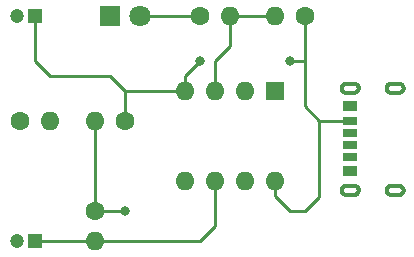
<source format=gbr>
%TF.GenerationSoftware,KiCad,Pcbnew,(5.1.6-0-10_14)*%
%TF.CreationDate,2020-10-03T02:43:04-05:00*%
%TF.ProjectId,usbc-power,75736263-2d70-46f7-9765-722e6b696361,rev?*%
%TF.SameCoordinates,Original*%
%TF.FileFunction,Copper,L1,Top*%
%TF.FilePolarity,Positive*%
%FSLAX46Y46*%
G04 Gerber Fmt 4.6, Leading zero omitted, Abs format (unit mm)*
G04 Created by KiCad (PCBNEW (5.1.6-0-10_14)) date 2020-10-03 02:43:04*
%MOMM*%
%LPD*%
G01*
G04 APERTURE LIST*
%TA.AperFunction,EtchedComponent*%
%ADD10C,0.010000*%
%TD*%
%TA.AperFunction,ComponentPad*%
%ADD11O,1.600000X1.600000*%
%TD*%
%TA.AperFunction,ComponentPad*%
%ADD12C,1.600000*%
%TD*%
%TA.AperFunction,Conductor*%
%ADD13R,0.200000X0.200000*%
%TD*%
%TA.AperFunction,SMDPad,CuDef*%
%ADD14R,1.150000X0.700000*%
%TD*%
%TA.AperFunction,SMDPad,CuDef*%
%ADD15R,1.150000X0.800000*%
%TD*%
%TA.AperFunction,SMDPad,CuDef*%
%ADD16R,1.150000X0.900000*%
%TD*%
%TA.AperFunction,ComponentPad*%
%ADD17C,1.200000*%
%TD*%
%TA.AperFunction,ComponentPad*%
%ADD18R,1.200000X1.200000*%
%TD*%
%TA.AperFunction,ComponentPad*%
%ADD19R,1.800000X1.800000*%
%TD*%
%TA.AperFunction,ComponentPad*%
%ADD20C,1.800000*%
%TD*%
%TA.AperFunction,ComponentPad*%
%ADD21R,1.600000X1.600000*%
%TD*%
%TA.AperFunction,ViaPad*%
%ADD22C,0.800000*%
%TD*%
%TA.AperFunction,Conductor*%
%ADD23C,0.250000*%
%TD*%
G04 APERTURE END LIST*
D10*
%TO.C,J1*%
G36*
X154930000Y-80730000D02*
G01*
X154580000Y-80730000D01*
X154566916Y-80730343D01*
X154553868Y-80731370D01*
X154540891Y-80733078D01*
X154528022Y-80735463D01*
X154515295Y-80738519D01*
X154502746Y-80742236D01*
X154490408Y-80746605D01*
X154478316Y-80751614D01*
X154466502Y-80757248D01*
X154455000Y-80763494D01*
X154443840Y-80770332D01*
X154433054Y-80777746D01*
X154422670Y-80785714D01*
X154412717Y-80794214D01*
X154403223Y-80803223D01*
X154394214Y-80812717D01*
X154385714Y-80822670D01*
X154377746Y-80833054D01*
X154370332Y-80843840D01*
X154363494Y-80855000D01*
X154357248Y-80866502D01*
X154351614Y-80878316D01*
X154346605Y-80890408D01*
X154342236Y-80902746D01*
X154338519Y-80915295D01*
X154335463Y-80928022D01*
X154333078Y-80940891D01*
X154331370Y-80953868D01*
X154330343Y-80966916D01*
X154330000Y-80980000D01*
X154330343Y-80993084D01*
X154331370Y-81006132D01*
X154333078Y-81019109D01*
X154335463Y-81031978D01*
X154338519Y-81044705D01*
X154342236Y-81057254D01*
X154346605Y-81069592D01*
X154351614Y-81081684D01*
X154357248Y-81093498D01*
X154363494Y-81105000D01*
X154370332Y-81116160D01*
X154377746Y-81126946D01*
X154385714Y-81137330D01*
X154394214Y-81147283D01*
X154403223Y-81156777D01*
X154412717Y-81165786D01*
X154422670Y-81174286D01*
X154433054Y-81182254D01*
X154443840Y-81189668D01*
X154455000Y-81196506D01*
X154466502Y-81202752D01*
X154478316Y-81208386D01*
X154490408Y-81213395D01*
X154502746Y-81217764D01*
X154515295Y-81221481D01*
X154528022Y-81224537D01*
X154540891Y-81226922D01*
X154553868Y-81228630D01*
X154566916Y-81229657D01*
X154580000Y-81230000D01*
X155280000Y-81230000D01*
X155293084Y-81229657D01*
X155306132Y-81228630D01*
X155319109Y-81226922D01*
X155331978Y-81224537D01*
X155344705Y-81221481D01*
X155357254Y-81217764D01*
X155369592Y-81213395D01*
X155381684Y-81208386D01*
X155393498Y-81202752D01*
X155405000Y-81196506D01*
X155416160Y-81189668D01*
X155426946Y-81182254D01*
X155437330Y-81174286D01*
X155447283Y-81165786D01*
X155456777Y-81156777D01*
X155465786Y-81147283D01*
X155474286Y-81137330D01*
X155482254Y-81126946D01*
X155489668Y-81116160D01*
X155496506Y-81105000D01*
X155502752Y-81093498D01*
X155508386Y-81081684D01*
X155513395Y-81069592D01*
X155517764Y-81057254D01*
X155521481Y-81044705D01*
X155524537Y-81031978D01*
X155526922Y-81019109D01*
X155528630Y-81006132D01*
X155529657Y-80993084D01*
X155530000Y-80980000D01*
X155529657Y-80966916D01*
X155528630Y-80953868D01*
X155526922Y-80940891D01*
X155524537Y-80928022D01*
X155521481Y-80915295D01*
X155517764Y-80902746D01*
X155513395Y-80890408D01*
X155508386Y-80878316D01*
X155502752Y-80866502D01*
X155496506Y-80855000D01*
X155489668Y-80843840D01*
X155482254Y-80833054D01*
X155474286Y-80822670D01*
X155465786Y-80812717D01*
X155456777Y-80803223D01*
X155447283Y-80794214D01*
X155437330Y-80785714D01*
X155426946Y-80777746D01*
X155416160Y-80770332D01*
X155405000Y-80763494D01*
X155393498Y-80757248D01*
X155381684Y-80751614D01*
X155369592Y-80746605D01*
X155357254Y-80742236D01*
X155344705Y-80738519D01*
X155331978Y-80735463D01*
X155319109Y-80733078D01*
X155306132Y-80731370D01*
X155293084Y-80730343D01*
X155280000Y-80730000D01*
X154940000Y-80730000D01*
X154940000Y-80480000D01*
X155280000Y-80480000D01*
X155306168Y-80480685D01*
X155332264Y-80482739D01*
X155358217Y-80486156D01*
X155383956Y-80490926D01*
X155409410Y-80497037D01*
X155434508Y-80504472D01*
X155459184Y-80513210D01*
X155483368Y-80523227D01*
X155506995Y-80534497D01*
X155530000Y-80546987D01*
X155552320Y-80560665D01*
X155573893Y-80575492D01*
X155594660Y-80591427D01*
X155614565Y-80608428D01*
X155633553Y-80626447D01*
X155651572Y-80645435D01*
X155668573Y-80665340D01*
X155684508Y-80686107D01*
X155699335Y-80707680D01*
X155713013Y-80730000D01*
X155725503Y-80753005D01*
X155736773Y-80776632D01*
X155746790Y-80800816D01*
X155755528Y-80825492D01*
X155762963Y-80850590D01*
X155769074Y-80876044D01*
X155773844Y-80901783D01*
X155777261Y-80927736D01*
X155779315Y-80953832D01*
X155780000Y-80980000D01*
X155779315Y-81006168D01*
X155777261Y-81032264D01*
X155773844Y-81058217D01*
X155769074Y-81083956D01*
X155762963Y-81109410D01*
X155755528Y-81134508D01*
X155746790Y-81159184D01*
X155736773Y-81183368D01*
X155725503Y-81206995D01*
X155713013Y-81230000D01*
X155699335Y-81252320D01*
X155684508Y-81273893D01*
X155668573Y-81294660D01*
X155651572Y-81314565D01*
X155633553Y-81333553D01*
X155614565Y-81351572D01*
X155594660Y-81368573D01*
X155573893Y-81384508D01*
X155552320Y-81399335D01*
X155530000Y-81413013D01*
X155506995Y-81425503D01*
X155483368Y-81436773D01*
X155459184Y-81446790D01*
X155434508Y-81455528D01*
X155409410Y-81462963D01*
X155383956Y-81469074D01*
X155358217Y-81473844D01*
X155332264Y-81477261D01*
X155306168Y-81479315D01*
X155280000Y-81480000D01*
X154580000Y-81480000D01*
X154553832Y-81479315D01*
X154527736Y-81477261D01*
X154501783Y-81473844D01*
X154476044Y-81469074D01*
X154450590Y-81462963D01*
X154425492Y-81455528D01*
X154400816Y-81446790D01*
X154376632Y-81436773D01*
X154353005Y-81425503D01*
X154330000Y-81413013D01*
X154307680Y-81399335D01*
X154286107Y-81384508D01*
X154265340Y-81368573D01*
X154245435Y-81351572D01*
X154226447Y-81333553D01*
X154208428Y-81314565D01*
X154191427Y-81294660D01*
X154175492Y-81273893D01*
X154160665Y-81252320D01*
X154146987Y-81230000D01*
X154134497Y-81206995D01*
X154123227Y-81183368D01*
X154113210Y-81159184D01*
X154104472Y-81134508D01*
X154097037Y-81109410D01*
X154090926Y-81083956D01*
X154086156Y-81058217D01*
X154082739Y-81032264D01*
X154080685Y-81006168D01*
X154080000Y-80980000D01*
X154080685Y-80953832D01*
X154082739Y-80927736D01*
X154086156Y-80901783D01*
X154090926Y-80876044D01*
X154097037Y-80850590D01*
X154104472Y-80825492D01*
X154113210Y-80800816D01*
X154123227Y-80776632D01*
X154134497Y-80753005D01*
X154146987Y-80730000D01*
X154160665Y-80707680D01*
X154175492Y-80686107D01*
X154191427Y-80665340D01*
X154208428Y-80645435D01*
X154226447Y-80626447D01*
X154245435Y-80608428D01*
X154265340Y-80591427D01*
X154286107Y-80575492D01*
X154307680Y-80560665D01*
X154330000Y-80546987D01*
X154353005Y-80534497D01*
X154376632Y-80523227D01*
X154400816Y-80513210D01*
X154425492Y-80504472D01*
X154450590Y-80497037D01*
X154476044Y-80490926D01*
X154501783Y-80486156D01*
X154527736Y-80482739D01*
X154553832Y-80480685D01*
X154580000Y-80480000D01*
X154930000Y-80480000D01*
X154930000Y-80730000D01*
G37*
X154930000Y-80730000D02*
X154580000Y-80730000D01*
X154566916Y-80730343D01*
X154553868Y-80731370D01*
X154540891Y-80733078D01*
X154528022Y-80735463D01*
X154515295Y-80738519D01*
X154502746Y-80742236D01*
X154490408Y-80746605D01*
X154478316Y-80751614D01*
X154466502Y-80757248D01*
X154455000Y-80763494D01*
X154443840Y-80770332D01*
X154433054Y-80777746D01*
X154422670Y-80785714D01*
X154412717Y-80794214D01*
X154403223Y-80803223D01*
X154394214Y-80812717D01*
X154385714Y-80822670D01*
X154377746Y-80833054D01*
X154370332Y-80843840D01*
X154363494Y-80855000D01*
X154357248Y-80866502D01*
X154351614Y-80878316D01*
X154346605Y-80890408D01*
X154342236Y-80902746D01*
X154338519Y-80915295D01*
X154335463Y-80928022D01*
X154333078Y-80940891D01*
X154331370Y-80953868D01*
X154330343Y-80966916D01*
X154330000Y-80980000D01*
X154330343Y-80993084D01*
X154331370Y-81006132D01*
X154333078Y-81019109D01*
X154335463Y-81031978D01*
X154338519Y-81044705D01*
X154342236Y-81057254D01*
X154346605Y-81069592D01*
X154351614Y-81081684D01*
X154357248Y-81093498D01*
X154363494Y-81105000D01*
X154370332Y-81116160D01*
X154377746Y-81126946D01*
X154385714Y-81137330D01*
X154394214Y-81147283D01*
X154403223Y-81156777D01*
X154412717Y-81165786D01*
X154422670Y-81174286D01*
X154433054Y-81182254D01*
X154443840Y-81189668D01*
X154455000Y-81196506D01*
X154466502Y-81202752D01*
X154478316Y-81208386D01*
X154490408Y-81213395D01*
X154502746Y-81217764D01*
X154515295Y-81221481D01*
X154528022Y-81224537D01*
X154540891Y-81226922D01*
X154553868Y-81228630D01*
X154566916Y-81229657D01*
X154580000Y-81230000D01*
X155280000Y-81230000D01*
X155293084Y-81229657D01*
X155306132Y-81228630D01*
X155319109Y-81226922D01*
X155331978Y-81224537D01*
X155344705Y-81221481D01*
X155357254Y-81217764D01*
X155369592Y-81213395D01*
X155381684Y-81208386D01*
X155393498Y-81202752D01*
X155405000Y-81196506D01*
X155416160Y-81189668D01*
X155426946Y-81182254D01*
X155437330Y-81174286D01*
X155447283Y-81165786D01*
X155456777Y-81156777D01*
X155465786Y-81147283D01*
X155474286Y-81137330D01*
X155482254Y-81126946D01*
X155489668Y-81116160D01*
X155496506Y-81105000D01*
X155502752Y-81093498D01*
X155508386Y-81081684D01*
X155513395Y-81069592D01*
X155517764Y-81057254D01*
X155521481Y-81044705D01*
X155524537Y-81031978D01*
X155526922Y-81019109D01*
X155528630Y-81006132D01*
X155529657Y-80993084D01*
X155530000Y-80980000D01*
X155529657Y-80966916D01*
X155528630Y-80953868D01*
X155526922Y-80940891D01*
X155524537Y-80928022D01*
X155521481Y-80915295D01*
X155517764Y-80902746D01*
X155513395Y-80890408D01*
X155508386Y-80878316D01*
X155502752Y-80866502D01*
X155496506Y-80855000D01*
X155489668Y-80843840D01*
X155482254Y-80833054D01*
X155474286Y-80822670D01*
X155465786Y-80812717D01*
X155456777Y-80803223D01*
X155447283Y-80794214D01*
X155437330Y-80785714D01*
X155426946Y-80777746D01*
X155416160Y-80770332D01*
X155405000Y-80763494D01*
X155393498Y-80757248D01*
X155381684Y-80751614D01*
X155369592Y-80746605D01*
X155357254Y-80742236D01*
X155344705Y-80738519D01*
X155331978Y-80735463D01*
X155319109Y-80733078D01*
X155306132Y-80731370D01*
X155293084Y-80730343D01*
X155280000Y-80730000D01*
X154940000Y-80730000D01*
X154940000Y-80480000D01*
X155280000Y-80480000D01*
X155306168Y-80480685D01*
X155332264Y-80482739D01*
X155358217Y-80486156D01*
X155383956Y-80490926D01*
X155409410Y-80497037D01*
X155434508Y-80504472D01*
X155459184Y-80513210D01*
X155483368Y-80523227D01*
X155506995Y-80534497D01*
X155530000Y-80546987D01*
X155552320Y-80560665D01*
X155573893Y-80575492D01*
X155594660Y-80591427D01*
X155614565Y-80608428D01*
X155633553Y-80626447D01*
X155651572Y-80645435D01*
X155668573Y-80665340D01*
X155684508Y-80686107D01*
X155699335Y-80707680D01*
X155713013Y-80730000D01*
X155725503Y-80753005D01*
X155736773Y-80776632D01*
X155746790Y-80800816D01*
X155755528Y-80825492D01*
X155762963Y-80850590D01*
X155769074Y-80876044D01*
X155773844Y-80901783D01*
X155777261Y-80927736D01*
X155779315Y-80953832D01*
X155780000Y-80980000D01*
X155779315Y-81006168D01*
X155777261Y-81032264D01*
X155773844Y-81058217D01*
X155769074Y-81083956D01*
X155762963Y-81109410D01*
X155755528Y-81134508D01*
X155746790Y-81159184D01*
X155736773Y-81183368D01*
X155725503Y-81206995D01*
X155713013Y-81230000D01*
X155699335Y-81252320D01*
X155684508Y-81273893D01*
X155668573Y-81294660D01*
X155651572Y-81314565D01*
X155633553Y-81333553D01*
X155614565Y-81351572D01*
X155594660Y-81368573D01*
X155573893Y-81384508D01*
X155552320Y-81399335D01*
X155530000Y-81413013D01*
X155506995Y-81425503D01*
X155483368Y-81436773D01*
X155459184Y-81446790D01*
X155434508Y-81455528D01*
X155409410Y-81462963D01*
X155383956Y-81469074D01*
X155358217Y-81473844D01*
X155332264Y-81477261D01*
X155306168Y-81479315D01*
X155280000Y-81480000D01*
X154580000Y-81480000D01*
X154553832Y-81479315D01*
X154527736Y-81477261D01*
X154501783Y-81473844D01*
X154476044Y-81469074D01*
X154450590Y-81462963D01*
X154425492Y-81455528D01*
X154400816Y-81446790D01*
X154376632Y-81436773D01*
X154353005Y-81425503D01*
X154330000Y-81413013D01*
X154307680Y-81399335D01*
X154286107Y-81384508D01*
X154265340Y-81368573D01*
X154245435Y-81351572D01*
X154226447Y-81333553D01*
X154208428Y-81314565D01*
X154191427Y-81294660D01*
X154175492Y-81273893D01*
X154160665Y-81252320D01*
X154146987Y-81230000D01*
X154134497Y-81206995D01*
X154123227Y-81183368D01*
X154113210Y-81159184D01*
X154104472Y-81134508D01*
X154097037Y-81109410D01*
X154090926Y-81083956D01*
X154086156Y-81058217D01*
X154082739Y-81032264D01*
X154080685Y-81006168D01*
X154080000Y-80980000D01*
X154080685Y-80953832D01*
X154082739Y-80927736D01*
X154086156Y-80901783D01*
X154090926Y-80876044D01*
X154097037Y-80850590D01*
X154104472Y-80825492D01*
X154113210Y-80800816D01*
X154123227Y-80776632D01*
X154134497Y-80753005D01*
X154146987Y-80730000D01*
X154160665Y-80707680D01*
X154175492Y-80686107D01*
X154191427Y-80665340D01*
X154208428Y-80645435D01*
X154226447Y-80626447D01*
X154245435Y-80608428D01*
X154265340Y-80591427D01*
X154286107Y-80575492D01*
X154307680Y-80560665D01*
X154330000Y-80546987D01*
X154353005Y-80534497D01*
X154376632Y-80523227D01*
X154400816Y-80513210D01*
X154425492Y-80504472D01*
X154450590Y-80497037D01*
X154476044Y-80490926D01*
X154501783Y-80486156D01*
X154527736Y-80482739D01*
X154553832Y-80480685D01*
X154580000Y-80480000D01*
X154930000Y-80480000D01*
X154930000Y-80730000D01*
G36*
X154930000Y-89370000D02*
G01*
X154580000Y-89370000D01*
X154566916Y-89370343D01*
X154553868Y-89371370D01*
X154540891Y-89373078D01*
X154528022Y-89375463D01*
X154515295Y-89378519D01*
X154502746Y-89382236D01*
X154490408Y-89386605D01*
X154478316Y-89391614D01*
X154466502Y-89397248D01*
X154455000Y-89403494D01*
X154443840Y-89410332D01*
X154433054Y-89417746D01*
X154422670Y-89425714D01*
X154412717Y-89434214D01*
X154403223Y-89443223D01*
X154394214Y-89452717D01*
X154385714Y-89462670D01*
X154377746Y-89473054D01*
X154370332Y-89483840D01*
X154363494Y-89495000D01*
X154357248Y-89506502D01*
X154351614Y-89518316D01*
X154346605Y-89530408D01*
X154342236Y-89542746D01*
X154338519Y-89555295D01*
X154335463Y-89568022D01*
X154333078Y-89580891D01*
X154331370Y-89593868D01*
X154330343Y-89606916D01*
X154330000Y-89620000D01*
X154330343Y-89633084D01*
X154331370Y-89646132D01*
X154333078Y-89659109D01*
X154335463Y-89671978D01*
X154338519Y-89684705D01*
X154342236Y-89697254D01*
X154346605Y-89709592D01*
X154351614Y-89721684D01*
X154357248Y-89733498D01*
X154363494Y-89745000D01*
X154370332Y-89756160D01*
X154377746Y-89766946D01*
X154385714Y-89777330D01*
X154394214Y-89787283D01*
X154403223Y-89796777D01*
X154412717Y-89805786D01*
X154422670Y-89814286D01*
X154433054Y-89822254D01*
X154443840Y-89829668D01*
X154455000Y-89836506D01*
X154466502Y-89842752D01*
X154478316Y-89848386D01*
X154490408Y-89853395D01*
X154502746Y-89857764D01*
X154515295Y-89861481D01*
X154528022Y-89864537D01*
X154540891Y-89866922D01*
X154553868Y-89868630D01*
X154566916Y-89869657D01*
X154580000Y-89870000D01*
X155280000Y-89870000D01*
X155293084Y-89869657D01*
X155306132Y-89868630D01*
X155319109Y-89866922D01*
X155331978Y-89864537D01*
X155344705Y-89861481D01*
X155357254Y-89857764D01*
X155369592Y-89853395D01*
X155381684Y-89848386D01*
X155393498Y-89842752D01*
X155405000Y-89836506D01*
X155416160Y-89829668D01*
X155426946Y-89822254D01*
X155437330Y-89814286D01*
X155447283Y-89805786D01*
X155456777Y-89796777D01*
X155465786Y-89787283D01*
X155474286Y-89777330D01*
X155482254Y-89766946D01*
X155489668Y-89756160D01*
X155496506Y-89745000D01*
X155502752Y-89733498D01*
X155508386Y-89721684D01*
X155513395Y-89709592D01*
X155517764Y-89697254D01*
X155521481Y-89684705D01*
X155524537Y-89671978D01*
X155526922Y-89659109D01*
X155528630Y-89646132D01*
X155529657Y-89633084D01*
X155530000Y-89620000D01*
X155529657Y-89606916D01*
X155528630Y-89593868D01*
X155526922Y-89580891D01*
X155524537Y-89568022D01*
X155521481Y-89555295D01*
X155517764Y-89542746D01*
X155513395Y-89530408D01*
X155508386Y-89518316D01*
X155502752Y-89506502D01*
X155496506Y-89495000D01*
X155489668Y-89483840D01*
X155482254Y-89473054D01*
X155474286Y-89462670D01*
X155465786Y-89452717D01*
X155456777Y-89443223D01*
X155447283Y-89434214D01*
X155437330Y-89425714D01*
X155426946Y-89417746D01*
X155416160Y-89410332D01*
X155405000Y-89403494D01*
X155393498Y-89397248D01*
X155381684Y-89391614D01*
X155369592Y-89386605D01*
X155357254Y-89382236D01*
X155344705Y-89378519D01*
X155331978Y-89375463D01*
X155319109Y-89373078D01*
X155306132Y-89371370D01*
X155293084Y-89370343D01*
X155280000Y-89370000D01*
X154940000Y-89370000D01*
X154940000Y-89120000D01*
X155280000Y-89120000D01*
X155306168Y-89120685D01*
X155332264Y-89122739D01*
X155358217Y-89126156D01*
X155383956Y-89130926D01*
X155409410Y-89137037D01*
X155434508Y-89144472D01*
X155459184Y-89153210D01*
X155483368Y-89163227D01*
X155506995Y-89174497D01*
X155530000Y-89186987D01*
X155552320Y-89200665D01*
X155573893Y-89215492D01*
X155594660Y-89231427D01*
X155614565Y-89248428D01*
X155633553Y-89266447D01*
X155651572Y-89285435D01*
X155668573Y-89305340D01*
X155684508Y-89326107D01*
X155699335Y-89347680D01*
X155713013Y-89370000D01*
X155725503Y-89393005D01*
X155736773Y-89416632D01*
X155746790Y-89440816D01*
X155755528Y-89465492D01*
X155762963Y-89490590D01*
X155769074Y-89516044D01*
X155773844Y-89541783D01*
X155777261Y-89567736D01*
X155779315Y-89593832D01*
X155780000Y-89620000D01*
X155779315Y-89646168D01*
X155777261Y-89672264D01*
X155773844Y-89698217D01*
X155769074Y-89723956D01*
X155762963Y-89749410D01*
X155755528Y-89774508D01*
X155746790Y-89799184D01*
X155736773Y-89823368D01*
X155725503Y-89846995D01*
X155713013Y-89870000D01*
X155699335Y-89892320D01*
X155684508Y-89913893D01*
X155668573Y-89934660D01*
X155651572Y-89954565D01*
X155633553Y-89973553D01*
X155614565Y-89991572D01*
X155594660Y-90008573D01*
X155573893Y-90024508D01*
X155552320Y-90039335D01*
X155530000Y-90053013D01*
X155506995Y-90065503D01*
X155483368Y-90076773D01*
X155459184Y-90086790D01*
X155434508Y-90095528D01*
X155409410Y-90102963D01*
X155383956Y-90109074D01*
X155358217Y-90113844D01*
X155332264Y-90117261D01*
X155306168Y-90119315D01*
X155280000Y-90120000D01*
X154580000Y-90120000D01*
X154553832Y-90119315D01*
X154527736Y-90117261D01*
X154501783Y-90113844D01*
X154476044Y-90109074D01*
X154450590Y-90102963D01*
X154425492Y-90095528D01*
X154400816Y-90086790D01*
X154376632Y-90076773D01*
X154353005Y-90065503D01*
X154330000Y-90053013D01*
X154307680Y-90039335D01*
X154286107Y-90024508D01*
X154265340Y-90008573D01*
X154245435Y-89991572D01*
X154226447Y-89973553D01*
X154208428Y-89954565D01*
X154191427Y-89934660D01*
X154175492Y-89913893D01*
X154160665Y-89892320D01*
X154146987Y-89870000D01*
X154134497Y-89846995D01*
X154123227Y-89823368D01*
X154113210Y-89799184D01*
X154104472Y-89774508D01*
X154097037Y-89749410D01*
X154090926Y-89723956D01*
X154086156Y-89698217D01*
X154082739Y-89672264D01*
X154080685Y-89646168D01*
X154080000Y-89620000D01*
X154080685Y-89593832D01*
X154082739Y-89567736D01*
X154086156Y-89541783D01*
X154090926Y-89516044D01*
X154097037Y-89490590D01*
X154104472Y-89465492D01*
X154113210Y-89440816D01*
X154123227Y-89416632D01*
X154134497Y-89393005D01*
X154146987Y-89370000D01*
X154160665Y-89347680D01*
X154175492Y-89326107D01*
X154191427Y-89305340D01*
X154208428Y-89285435D01*
X154226447Y-89266447D01*
X154245435Y-89248428D01*
X154265340Y-89231427D01*
X154286107Y-89215492D01*
X154307680Y-89200665D01*
X154330000Y-89186987D01*
X154353005Y-89174497D01*
X154376632Y-89163227D01*
X154400816Y-89153210D01*
X154425492Y-89144472D01*
X154450590Y-89137037D01*
X154476044Y-89130926D01*
X154501783Y-89126156D01*
X154527736Y-89122739D01*
X154553832Y-89120685D01*
X154580000Y-89120000D01*
X154930000Y-89120000D01*
X154930000Y-89370000D01*
G37*
X154930000Y-89370000D02*
X154580000Y-89370000D01*
X154566916Y-89370343D01*
X154553868Y-89371370D01*
X154540891Y-89373078D01*
X154528022Y-89375463D01*
X154515295Y-89378519D01*
X154502746Y-89382236D01*
X154490408Y-89386605D01*
X154478316Y-89391614D01*
X154466502Y-89397248D01*
X154455000Y-89403494D01*
X154443840Y-89410332D01*
X154433054Y-89417746D01*
X154422670Y-89425714D01*
X154412717Y-89434214D01*
X154403223Y-89443223D01*
X154394214Y-89452717D01*
X154385714Y-89462670D01*
X154377746Y-89473054D01*
X154370332Y-89483840D01*
X154363494Y-89495000D01*
X154357248Y-89506502D01*
X154351614Y-89518316D01*
X154346605Y-89530408D01*
X154342236Y-89542746D01*
X154338519Y-89555295D01*
X154335463Y-89568022D01*
X154333078Y-89580891D01*
X154331370Y-89593868D01*
X154330343Y-89606916D01*
X154330000Y-89620000D01*
X154330343Y-89633084D01*
X154331370Y-89646132D01*
X154333078Y-89659109D01*
X154335463Y-89671978D01*
X154338519Y-89684705D01*
X154342236Y-89697254D01*
X154346605Y-89709592D01*
X154351614Y-89721684D01*
X154357248Y-89733498D01*
X154363494Y-89745000D01*
X154370332Y-89756160D01*
X154377746Y-89766946D01*
X154385714Y-89777330D01*
X154394214Y-89787283D01*
X154403223Y-89796777D01*
X154412717Y-89805786D01*
X154422670Y-89814286D01*
X154433054Y-89822254D01*
X154443840Y-89829668D01*
X154455000Y-89836506D01*
X154466502Y-89842752D01*
X154478316Y-89848386D01*
X154490408Y-89853395D01*
X154502746Y-89857764D01*
X154515295Y-89861481D01*
X154528022Y-89864537D01*
X154540891Y-89866922D01*
X154553868Y-89868630D01*
X154566916Y-89869657D01*
X154580000Y-89870000D01*
X155280000Y-89870000D01*
X155293084Y-89869657D01*
X155306132Y-89868630D01*
X155319109Y-89866922D01*
X155331978Y-89864537D01*
X155344705Y-89861481D01*
X155357254Y-89857764D01*
X155369592Y-89853395D01*
X155381684Y-89848386D01*
X155393498Y-89842752D01*
X155405000Y-89836506D01*
X155416160Y-89829668D01*
X155426946Y-89822254D01*
X155437330Y-89814286D01*
X155447283Y-89805786D01*
X155456777Y-89796777D01*
X155465786Y-89787283D01*
X155474286Y-89777330D01*
X155482254Y-89766946D01*
X155489668Y-89756160D01*
X155496506Y-89745000D01*
X155502752Y-89733498D01*
X155508386Y-89721684D01*
X155513395Y-89709592D01*
X155517764Y-89697254D01*
X155521481Y-89684705D01*
X155524537Y-89671978D01*
X155526922Y-89659109D01*
X155528630Y-89646132D01*
X155529657Y-89633084D01*
X155530000Y-89620000D01*
X155529657Y-89606916D01*
X155528630Y-89593868D01*
X155526922Y-89580891D01*
X155524537Y-89568022D01*
X155521481Y-89555295D01*
X155517764Y-89542746D01*
X155513395Y-89530408D01*
X155508386Y-89518316D01*
X155502752Y-89506502D01*
X155496506Y-89495000D01*
X155489668Y-89483840D01*
X155482254Y-89473054D01*
X155474286Y-89462670D01*
X155465786Y-89452717D01*
X155456777Y-89443223D01*
X155447283Y-89434214D01*
X155437330Y-89425714D01*
X155426946Y-89417746D01*
X155416160Y-89410332D01*
X155405000Y-89403494D01*
X155393498Y-89397248D01*
X155381684Y-89391614D01*
X155369592Y-89386605D01*
X155357254Y-89382236D01*
X155344705Y-89378519D01*
X155331978Y-89375463D01*
X155319109Y-89373078D01*
X155306132Y-89371370D01*
X155293084Y-89370343D01*
X155280000Y-89370000D01*
X154940000Y-89370000D01*
X154940000Y-89120000D01*
X155280000Y-89120000D01*
X155306168Y-89120685D01*
X155332264Y-89122739D01*
X155358217Y-89126156D01*
X155383956Y-89130926D01*
X155409410Y-89137037D01*
X155434508Y-89144472D01*
X155459184Y-89153210D01*
X155483368Y-89163227D01*
X155506995Y-89174497D01*
X155530000Y-89186987D01*
X155552320Y-89200665D01*
X155573893Y-89215492D01*
X155594660Y-89231427D01*
X155614565Y-89248428D01*
X155633553Y-89266447D01*
X155651572Y-89285435D01*
X155668573Y-89305340D01*
X155684508Y-89326107D01*
X155699335Y-89347680D01*
X155713013Y-89370000D01*
X155725503Y-89393005D01*
X155736773Y-89416632D01*
X155746790Y-89440816D01*
X155755528Y-89465492D01*
X155762963Y-89490590D01*
X155769074Y-89516044D01*
X155773844Y-89541783D01*
X155777261Y-89567736D01*
X155779315Y-89593832D01*
X155780000Y-89620000D01*
X155779315Y-89646168D01*
X155777261Y-89672264D01*
X155773844Y-89698217D01*
X155769074Y-89723956D01*
X155762963Y-89749410D01*
X155755528Y-89774508D01*
X155746790Y-89799184D01*
X155736773Y-89823368D01*
X155725503Y-89846995D01*
X155713013Y-89870000D01*
X155699335Y-89892320D01*
X155684508Y-89913893D01*
X155668573Y-89934660D01*
X155651572Y-89954565D01*
X155633553Y-89973553D01*
X155614565Y-89991572D01*
X155594660Y-90008573D01*
X155573893Y-90024508D01*
X155552320Y-90039335D01*
X155530000Y-90053013D01*
X155506995Y-90065503D01*
X155483368Y-90076773D01*
X155459184Y-90086790D01*
X155434508Y-90095528D01*
X155409410Y-90102963D01*
X155383956Y-90109074D01*
X155358217Y-90113844D01*
X155332264Y-90117261D01*
X155306168Y-90119315D01*
X155280000Y-90120000D01*
X154580000Y-90120000D01*
X154553832Y-90119315D01*
X154527736Y-90117261D01*
X154501783Y-90113844D01*
X154476044Y-90109074D01*
X154450590Y-90102963D01*
X154425492Y-90095528D01*
X154400816Y-90086790D01*
X154376632Y-90076773D01*
X154353005Y-90065503D01*
X154330000Y-90053013D01*
X154307680Y-90039335D01*
X154286107Y-90024508D01*
X154265340Y-90008573D01*
X154245435Y-89991572D01*
X154226447Y-89973553D01*
X154208428Y-89954565D01*
X154191427Y-89934660D01*
X154175492Y-89913893D01*
X154160665Y-89892320D01*
X154146987Y-89870000D01*
X154134497Y-89846995D01*
X154123227Y-89823368D01*
X154113210Y-89799184D01*
X154104472Y-89774508D01*
X154097037Y-89749410D01*
X154090926Y-89723956D01*
X154086156Y-89698217D01*
X154082739Y-89672264D01*
X154080685Y-89646168D01*
X154080000Y-89620000D01*
X154080685Y-89593832D01*
X154082739Y-89567736D01*
X154086156Y-89541783D01*
X154090926Y-89516044D01*
X154097037Y-89490590D01*
X154104472Y-89465492D01*
X154113210Y-89440816D01*
X154123227Y-89416632D01*
X154134497Y-89393005D01*
X154146987Y-89370000D01*
X154160665Y-89347680D01*
X154175492Y-89326107D01*
X154191427Y-89305340D01*
X154208428Y-89285435D01*
X154226447Y-89266447D01*
X154245435Y-89248428D01*
X154265340Y-89231427D01*
X154286107Y-89215492D01*
X154307680Y-89200665D01*
X154330000Y-89186987D01*
X154353005Y-89174497D01*
X154376632Y-89163227D01*
X154400816Y-89153210D01*
X154425492Y-89144472D01*
X154450590Y-89137037D01*
X154476044Y-89130926D01*
X154501783Y-89126156D01*
X154527736Y-89122739D01*
X154553832Y-89120685D01*
X154580000Y-89120000D01*
X154930000Y-89120000D01*
X154930000Y-89370000D01*
G36*
X151130000Y-80730000D02*
G01*
X150780000Y-80730000D01*
X150766916Y-80730343D01*
X150753868Y-80731370D01*
X150740891Y-80733078D01*
X150728022Y-80735463D01*
X150715295Y-80738519D01*
X150702746Y-80742236D01*
X150690408Y-80746605D01*
X150678316Y-80751614D01*
X150666502Y-80757248D01*
X150655000Y-80763494D01*
X150643840Y-80770332D01*
X150633054Y-80777746D01*
X150622670Y-80785714D01*
X150612717Y-80794214D01*
X150603223Y-80803223D01*
X150594214Y-80812717D01*
X150585714Y-80822670D01*
X150577746Y-80833054D01*
X150570332Y-80843840D01*
X150563494Y-80855000D01*
X150557248Y-80866502D01*
X150551614Y-80878316D01*
X150546605Y-80890408D01*
X150542236Y-80902746D01*
X150538519Y-80915295D01*
X150535463Y-80928022D01*
X150533078Y-80940891D01*
X150531370Y-80953868D01*
X150530343Y-80966916D01*
X150530000Y-80980000D01*
X150530343Y-80993084D01*
X150531370Y-81006132D01*
X150533078Y-81019109D01*
X150535463Y-81031978D01*
X150538519Y-81044705D01*
X150542236Y-81057254D01*
X150546605Y-81069592D01*
X150551614Y-81081684D01*
X150557248Y-81093498D01*
X150563494Y-81105000D01*
X150570332Y-81116160D01*
X150577746Y-81126946D01*
X150585714Y-81137330D01*
X150594214Y-81147283D01*
X150603223Y-81156777D01*
X150612717Y-81165786D01*
X150622670Y-81174286D01*
X150633054Y-81182254D01*
X150643840Y-81189668D01*
X150655000Y-81196506D01*
X150666502Y-81202752D01*
X150678316Y-81208386D01*
X150690408Y-81213395D01*
X150702746Y-81217764D01*
X150715295Y-81221481D01*
X150728022Y-81224537D01*
X150740891Y-81226922D01*
X150753868Y-81228630D01*
X150766916Y-81229657D01*
X150780000Y-81230000D01*
X151480000Y-81230000D01*
X151493084Y-81229657D01*
X151506132Y-81228630D01*
X151519109Y-81226922D01*
X151531978Y-81224537D01*
X151544705Y-81221481D01*
X151557254Y-81217764D01*
X151569592Y-81213395D01*
X151581684Y-81208386D01*
X151593498Y-81202752D01*
X151605000Y-81196506D01*
X151616160Y-81189668D01*
X151626946Y-81182254D01*
X151637330Y-81174286D01*
X151647283Y-81165786D01*
X151656777Y-81156777D01*
X151665786Y-81147283D01*
X151674286Y-81137330D01*
X151682254Y-81126946D01*
X151689668Y-81116160D01*
X151696506Y-81105000D01*
X151702752Y-81093498D01*
X151708386Y-81081684D01*
X151713395Y-81069592D01*
X151717764Y-81057254D01*
X151721481Y-81044705D01*
X151724537Y-81031978D01*
X151726922Y-81019109D01*
X151728630Y-81006132D01*
X151729657Y-80993084D01*
X151730000Y-80980000D01*
X151729657Y-80966916D01*
X151728630Y-80953868D01*
X151726922Y-80940891D01*
X151724537Y-80928022D01*
X151721481Y-80915295D01*
X151717764Y-80902746D01*
X151713395Y-80890408D01*
X151708386Y-80878316D01*
X151702752Y-80866502D01*
X151696506Y-80855000D01*
X151689668Y-80843840D01*
X151682254Y-80833054D01*
X151674286Y-80822670D01*
X151665786Y-80812717D01*
X151656777Y-80803223D01*
X151647283Y-80794214D01*
X151637330Y-80785714D01*
X151626946Y-80777746D01*
X151616160Y-80770332D01*
X151605000Y-80763494D01*
X151593498Y-80757248D01*
X151581684Y-80751614D01*
X151569592Y-80746605D01*
X151557254Y-80742236D01*
X151544705Y-80738519D01*
X151531978Y-80735463D01*
X151519109Y-80733078D01*
X151506132Y-80731370D01*
X151493084Y-80730343D01*
X151480000Y-80730000D01*
X151140000Y-80730000D01*
X151140000Y-80480000D01*
X151480000Y-80480000D01*
X151506168Y-80480685D01*
X151532264Y-80482739D01*
X151558217Y-80486156D01*
X151583956Y-80490926D01*
X151609410Y-80497037D01*
X151634508Y-80504472D01*
X151659184Y-80513210D01*
X151683368Y-80523227D01*
X151706995Y-80534497D01*
X151730000Y-80546987D01*
X151752320Y-80560665D01*
X151773893Y-80575492D01*
X151794660Y-80591427D01*
X151814565Y-80608428D01*
X151833553Y-80626447D01*
X151851572Y-80645435D01*
X151868573Y-80665340D01*
X151884508Y-80686107D01*
X151899335Y-80707680D01*
X151913013Y-80730000D01*
X151925503Y-80753005D01*
X151936773Y-80776632D01*
X151946790Y-80800816D01*
X151955528Y-80825492D01*
X151962963Y-80850590D01*
X151969074Y-80876044D01*
X151973844Y-80901783D01*
X151977261Y-80927736D01*
X151979315Y-80953832D01*
X151980000Y-80980000D01*
X151979315Y-81006168D01*
X151977261Y-81032264D01*
X151973844Y-81058217D01*
X151969074Y-81083956D01*
X151962963Y-81109410D01*
X151955528Y-81134508D01*
X151946790Y-81159184D01*
X151936773Y-81183368D01*
X151925503Y-81206995D01*
X151913013Y-81230000D01*
X151899335Y-81252320D01*
X151884508Y-81273893D01*
X151868573Y-81294660D01*
X151851572Y-81314565D01*
X151833553Y-81333553D01*
X151814565Y-81351572D01*
X151794660Y-81368573D01*
X151773893Y-81384508D01*
X151752320Y-81399335D01*
X151730000Y-81413013D01*
X151706995Y-81425503D01*
X151683368Y-81436773D01*
X151659184Y-81446790D01*
X151634508Y-81455528D01*
X151609410Y-81462963D01*
X151583956Y-81469074D01*
X151558217Y-81473844D01*
X151532264Y-81477261D01*
X151506168Y-81479315D01*
X151480000Y-81480000D01*
X150780000Y-81480000D01*
X150753832Y-81479315D01*
X150727736Y-81477261D01*
X150701783Y-81473844D01*
X150676044Y-81469074D01*
X150650590Y-81462963D01*
X150625492Y-81455528D01*
X150600816Y-81446790D01*
X150576632Y-81436773D01*
X150553005Y-81425503D01*
X150530000Y-81413013D01*
X150507680Y-81399335D01*
X150486107Y-81384508D01*
X150465340Y-81368573D01*
X150445435Y-81351572D01*
X150426447Y-81333553D01*
X150408428Y-81314565D01*
X150391427Y-81294660D01*
X150375492Y-81273893D01*
X150360665Y-81252320D01*
X150346987Y-81230000D01*
X150334497Y-81206995D01*
X150323227Y-81183368D01*
X150313210Y-81159184D01*
X150304472Y-81134508D01*
X150297037Y-81109410D01*
X150290926Y-81083956D01*
X150286156Y-81058217D01*
X150282739Y-81032264D01*
X150280685Y-81006168D01*
X150280000Y-80980000D01*
X150280685Y-80953832D01*
X150282739Y-80927736D01*
X150286156Y-80901783D01*
X150290926Y-80876044D01*
X150297037Y-80850590D01*
X150304472Y-80825492D01*
X150313210Y-80800816D01*
X150323227Y-80776632D01*
X150334497Y-80753005D01*
X150346987Y-80730000D01*
X150360665Y-80707680D01*
X150375492Y-80686107D01*
X150391427Y-80665340D01*
X150408428Y-80645435D01*
X150426447Y-80626447D01*
X150445435Y-80608428D01*
X150465340Y-80591427D01*
X150486107Y-80575492D01*
X150507680Y-80560665D01*
X150530000Y-80546987D01*
X150553005Y-80534497D01*
X150576632Y-80523227D01*
X150600816Y-80513210D01*
X150625492Y-80504472D01*
X150650590Y-80497037D01*
X150676044Y-80490926D01*
X150701783Y-80486156D01*
X150727736Y-80482739D01*
X150753832Y-80480685D01*
X150780000Y-80480000D01*
X151130000Y-80480000D01*
X151130000Y-80730000D01*
G37*
X151130000Y-80730000D02*
X150780000Y-80730000D01*
X150766916Y-80730343D01*
X150753868Y-80731370D01*
X150740891Y-80733078D01*
X150728022Y-80735463D01*
X150715295Y-80738519D01*
X150702746Y-80742236D01*
X150690408Y-80746605D01*
X150678316Y-80751614D01*
X150666502Y-80757248D01*
X150655000Y-80763494D01*
X150643840Y-80770332D01*
X150633054Y-80777746D01*
X150622670Y-80785714D01*
X150612717Y-80794214D01*
X150603223Y-80803223D01*
X150594214Y-80812717D01*
X150585714Y-80822670D01*
X150577746Y-80833054D01*
X150570332Y-80843840D01*
X150563494Y-80855000D01*
X150557248Y-80866502D01*
X150551614Y-80878316D01*
X150546605Y-80890408D01*
X150542236Y-80902746D01*
X150538519Y-80915295D01*
X150535463Y-80928022D01*
X150533078Y-80940891D01*
X150531370Y-80953868D01*
X150530343Y-80966916D01*
X150530000Y-80980000D01*
X150530343Y-80993084D01*
X150531370Y-81006132D01*
X150533078Y-81019109D01*
X150535463Y-81031978D01*
X150538519Y-81044705D01*
X150542236Y-81057254D01*
X150546605Y-81069592D01*
X150551614Y-81081684D01*
X150557248Y-81093498D01*
X150563494Y-81105000D01*
X150570332Y-81116160D01*
X150577746Y-81126946D01*
X150585714Y-81137330D01*
X150594214Y-81147283D01*
X150603223Y-81156777D01*
X150612717Y-81165786D01*
X150622670Y-81174286D01*
X150633054Y-81182254D01*
X150643840Y-81189668D01*
X150655000Y-81196506D01*
X150666502Y-81202752D01*
X150678316Y-81208386D01*
X150690408Y-81213395D01*
X150702746Y-81217764D01*
X150715295Y-81221481D01*
X150728022Y-81224537D01*
X150740891Y-81226922D01*
X150753868Y-81228630D01*
X150766916Y-81229657D01*
X150780000Y-81230000D01*
X151480000Y-81230000D01*
X151493084Y-81229657D01*
X151506132Y-81228630D01*
X151519109Y-81226922D01*
X151531978Y-81224537D01*
X151544705Y-81221481D01*
X151557254Y-81217764D01*
X151569592Y-81213395D01*
X151581684Y-81208386D01*
X151593498Y-81202752D01*
X151605000Y-81196506D01*
X151616160Y-81189668D01*
X151626946Y-81182254D01*
X151637330Y-81174286D01*
X151647283Y-81165786D01*
X151656777Y-81156777D01*
X151665786Y-81147283D01*
X151674286Y-81137330D01*
X151682254Y-81126946D01*
X151689668Y-81116160D01*
X151696506Y-81105000D01*
X151702752Y-81093498D01*
X151708386Y-81081684D01*
X151713395Y-81069592D01*
X151717764Y-81057254D01*
X151721481Y-81044705D01*
X151724537Y-81031978D01*
X151726922Y-81019109D01*
X151728630Y-81006132D01*
X151729657Y-80993084D01*
X151730000Y-80980000D01*
X151729657Y-80966916D01*
X151728630Y-80953868D01*
X151726922Y-80940891D01*
X151724537Y-80928022D01*
X151721481Y-80915295D01*
X151717764Y-80902746D01*
X151713395Y-80890408D01*
X151708386Y-80878316D01*
X151702752Y-80866502D01*
X151696506Y-80855000D01*
X151689668Y-80843840D01*
X151682254Y-80833054D01*
X151674286Y-80822670D01*
X151665786Y-80812717D01*
X151656777Y-80803223D01*
X151647283Y-80794214D01*
X151637330Y-80785714D01*
X151626946Y-80777746D01*
X151616160Y-80770332D01*
X151605000Y-80763494D01*
X151593498Y-80757248D01*
X151581684Y-80751614D01*
X151569592Y-80746605D01*
X151557254Y-80742236D01*
X151544705Y-80738519D01*
X151531978Y-80735463D01*
X151519109Y-80733078D01*
X151506132Y-80731370D01*
X151493084Y-80730343D01*
X151480000Y-80730000D01*
X151140000Y-80730000D01*
X151140000Y-80480000D01*
X151480000Y-80480000D01*
X151506168Y-80480685D01*
X151532264Y-80482739D01*
X151558217Y-80486156D01*
X151583956Y-80490926D01*
X151609410Y-80497037D01*
X151634508Y-80504472D01*
X151659184Y-80513210D01*
X151683368Y-80523227D01*
X151706995Y-80534497D01*
X151730000Y-80546987D01*
X151752320Y-80560665D01*
X151773893Y-80575492D01*
X151794660Y-80591427D01*
X151814565Y-80608428D01*
X151833553Y-80626447D01*
X151851572Y-80645435D01*
X151868573Y-80665340D01*
X151884508Y-80686107D01*
X151899335Y-80707680D01*
X151913013Y-80730000D01*
X151925503Y-80753005D01*
X151936773Y-80776632D01*
X151946790Y-80800816D01*
X151955528Y-80825492D01*
X151962963Y-80850590D01*
X151969074Y-80876044D01*
X151973844Y-80901783D01*
X151977261Y-80927736D01*
X151979315Y-80953832D01*
X151980000Y-80980000D01*
X151979315Y-81006168D01*
X151977261Y-81032264D01*
X151973844Y-81058217D01*
X151969074Y-81083956D01*
X151962963Y-81109410D01*
X151955528Y-81134508D01*
X151946790Y-81159184D01*
X151936773Y-81183368D01*
X151925503Y-81206995D01*
X151913013Y-81230000D01*
X151899335Y-81252320D01*
X151884508Y-81273893D01*
X151868573Y-81294660D01*
X151851572Y-81314565D01*
X151833553Y-81333553D01*
X151814565Y-81351572D01*
X151794660Y-81368573D01*
X151773893Y-81384508D01*
X151752320Y-81399335D01*
X151730000Y-81413013D01*
X151706995Y-81425503D01*
X151683368Y-81436773D01*
X151659184Y-81446790D01*
X151634508Y-81455528D01*
X151609410Y-81462963D01*
X151583956Y-81469074D01*
X151558217Y-81473844D01*
X151532264Y-81477261D01*
X151506168Y-81479315D01*
X151480000Y-81480000D01*
X150780000Y-81480000D01*
X150753832Y-81479315D01*
X150727736Y-81477261D01*
X150701783Y-81473844D01*
X150676044Y-81469074D01*
X150650590Y-81462963D01*
X150625492Y-81455528D01*
X150600816Y-81446790D01*
X150576632Y-81436773D01*
X150553005Y-81425503D01*
X150530000Y-81413013D01*
X150507680Y-81399335D01*
X150486107Y-81384508D01*
X150465340Y-81368573D01*
X150445435Y-81351572D01*
X150426447Y-81333553D01*
X150408428Y-81314565D01*
X150391427Y-81294660D01*
X150375492Y-81273893D01*
X150360665Y-81252320D01*
X150346987Y-81230000D01*
X150334497Y-81206995D01*
X150323227Y-81183368D01*
X150313210Y-81159184D01*
X150304472Y-81134508D01*
X150297037Y-81109410D01*
X150290926Y-81083956D01*
X150286156Y-81058217D01*
X150282739Y-81032264D01*
X150280685Y-81006168D01*
X150280000Y-80980000D01*
X150280685Y-80953832D01*
X150282739Y-80927736D01*
X150286156Y-80901783D01*
X150290926Y-80876044D01*
X150297037Y-80850590D01*
X150304472Y-80825492D01*
X150313210Y-80800816D01*
X150323227Y-80776632D01*
X150334497Y-80753005D01*
X150346987Y-80730000D01*
X150360665Y-80707680D01*
X150375492Y-80686107D01*
X150391427Y-80665340D01*
X150408428Y-80645435D01*
X150426447Y-80626447D01*
X150445435Y-80608428D01*
X150465340Y-80591427D01*
X150486107Y-80575492D01*
X150507680Y-80560665D01*
X150530000Y-80546987D01*
X150553005Y-80534497D01*
X150576632Y-80523227D01*
X150600816Y-80513210D01*
X150625492Y-80504472D01*
X150650590Y-80497037D01*
X150676044Y-80490926D01*
X150701783Y-80486156D01*
X150727736Y-80482739D01*
X150753832Y-80480685D01*
X150780000Y-80480000D01*
X151130000Y-80480000D01*
X151130000Y-80730000D01*
G36*
X151130000Y-89370000D02*
G01*
X150780000Y-89370000D01*
X150766916Y-89370343D01*
X150753868Y-89371370D01*
X150740891Y-89373078D01*
X150728022Y-89375463D01*
X150715295Y-89378519D01*
X150702746Y-89382236D01*
X150690408Y-89386605D01*
X150678316Y-89391614D01*
X150666502Y-89397248D01*
X150655000Y-89403494D01*
X150643840Y-89410332D01*
X150633054Y-89417746D01*
X150622670Y-89425714D01*
X150612717Y-89434214D01*
X150603223Y-89443223D01*
X150594214Y-89452717D01*
X150585714Y-89462670D01*
X150577746Y-89473054D01*
X150570332Y-89483840D01*
X150563494Y-89495000D01*
X150557248Y-89506502D01*
X150551614Y-89518316D01*
X150546605Y-89530408D01*
X150542236Y-89542746D01*
X150538519Y-89555295D01*
X150535463Y-89568022D01*
X150533078Y-89580891D01*
X150531370Y-89593868D01*
X150530343Y-89606916D01*
X150530000Y-89620000D01*
X150530343Y-89633084D01*
X150531370Y-89646132D01*
X150533078Y-89659109D01*
X150535463Y-89671978D01*
X150538519Y-89684705D01*
X150542236Y-89697254D01*
X150546605Y-89709592D01*
X150551614Y-89721684D01*
X150557248Y-89733498D01*
X150563494Y-89745000D01*
X150570332Y-89756160D01*
X150577746Y-89766946D01*
X150585714Y-89777330D01*
X150594214Y-89787283D01*
X150603223Y-89796777D01*
X150612717Y-89805786D01*
X150622670Y-89814286D01*
X150633054Y-89822254D01*
X150643840Y-89829668D01*
X150655000Y-89836506D01*
X150666502Y-89842752D01*
X150678316Y-89848386D01*
X150690408Y-89853395D01*
X150702746Y-89857764D01*
X150715295Y-89861481D01*
X150728022Y-89864537D01*
X150740891Y-89866922D01*
X150753868Y-89868630D01*
X150766916Y-89869657D01*
X150780000Y-89870000D01*
X151480000Y-89870000D01*
X151493084Y-89869657D01*
X151506132Y-89868630D01*
X151519109Y-89866922D01*
X151531978Y-89864537D01*
X151544705Y-89861481D01*
X151557254Y-89857764D01*
X151569592Y-89853395D01*
X151581684Y-89848386D01*
X151593498Y-89842752D01*
X151605000Y-89836506D01*
X151616160Y-89829668D01*
X151626946Y-89822254D01*
X151637330Y-89814286D01*
X151647283Y-89805786D01*
X151656777Y-89796777D01*
X151665786Y-89787283D01*
X151674286Y-89777330D01*
X151682254Y-89766946D01*
X151689668Y-89756160D01*
X151696506Y-89745000D01*
X151702752Y-89733498D01*
X151708386Y-89721684D01*
X151713395Y-89709592D01*
X151717764Y-89697254D01*
X151721481Y-89684705D01*
X151724537Y-89671978D01*
X151726922Y-89659109D01*
X151728630Y-89646132D01*
X151729657Y-89633084D01*
X151730000Y-89620000D01*
X151729657Y-89606916D01*
X151728630Y-89593868D01*
X151726922Y-89580891D01*
X151724537Y-89568022D01*
X151721481Y-89555295D01*
X151717764Y-89542746D01*
X151713395Y-89530408D01*
X151708386Y-89518316D01*
X151702752Y-89506502D01*
X151696506Y-89495000D01*
X151689668Y-89483840D01*
X151682254Y-89473054D01*
X151674286Y-89462670D01*
X151665786Y-89452717D01*
X151656777Y-89443223D01*
X151647283Y-89434214D01*
X151637330Y-89425714D01*
X151626946Y-89417746D01*
X151616160Y-89410332D01*
X151605000Y-89403494D01*
X151593498Y-89397248D01*
X151581684Y-89391614D01*
X151569592Y-89386605D01*
X151557254Y-89382236D01*
X151544705Y-89378519D01*
X151531978Y-89375463D01*
X151519109Y-89373078D01*
X151506132Y-89371370D01*
X151493084Y-89370343D01*
X151480000Y-89370000D01*
X151140000Y-89370000D01*
X151140000Y-89120000D01*
X151480000Y-89120000D01*
X151506168Y-89120685D01*
X151532264Y-89122739D01*
X151558217Y-89126156D01*
X151583956Y-89130926D01*
X151609410Y-89137037D01*
X151634508Y-89144472D01*
X151659184Y-89153210D01*
X151683368Y-89163227D01*
X151706995Y-89174497D01*
X151730000Y-89186987D01*
X151752320Y-89200665D01*
X151773893Y-89215492D01*
X151794660Y-89231427D01*
X151814565Y-89248428D01*
X151833553Y-89266447D01*
X151851572Y-89285435D01*
X151868573Y-89305340D01*
X151884508Y-89326107D01*
X151899335Y-89347680D01*
X151913013Y-89370000D01*
X151925503Y-89393005D01*
X151936773Y-89416632D01*
X151946790Y-89440816D01*
X151955528Y-89465492D01*
X151962963Y-89490590D01*
X151969074Y-89516044D01*
X151973844Y-89541783D01*
X151977261Y-89567736D01*
X151979315Y-89593832D01*
X151980000Y-89620000D01*
X151979315Y-89646168D01*
X151977261Y-89672264D01*
X151973844Y-89698217D01*
X151969074Y-89723956D01*
X151962963Y-89749410D01*
X151955528Y-89774508D01*
X151946790Y-89799184D01*
X151936773Y-89823368D01*
X151925503Y-89846995D01*
X151913013Y-89870000D01*
X151899335Y-89892320D01*
X151884508Y-89913893D01*
X151868573Y-89934660D01*
X151851572Y-89954565D01*
X151833553Y-89973553D01*
X151814565Y-89991572D01*
X151794660Y-90008573D01*
X151773893Y-90024508D01*
X151752320Y-90039335D01*
X151730000Y-90053013D01*
X151706995Y-90065503D01*
X151683368Y-90076773D01*
X151659184Y-90086790D01*
X151634508Y-90095528D01*
X151609410Y-90102963D01*
X151583956Y-90109074D01*
X151558217Y-90113844D01*
X151532264Y-90117261D01*
X151506168Y-90119315D01*
X151480000Y-90120000D01*
X150780000Y-90120000D01*
X150753832Y-90119315D01*
X150727736Y-90117261D01*
X150701783Y-90113844D01*
X150676044Y-90109074D01*
X150650590Y-90102963D01*
X150625492Y-90095528D01*
X150600816Y-90086790D01*
X150576632Y-90076773D01*
X150553005Y-90065503D01*
X150530000Y-90053013D01*
X150507680Y-90039335D01*
X150486107Y-90024508D01*
X150465340Y-90008573D01*
X150445435Y-89991572D01*
X150426447Y-89973553D01*
X150408428Y-89954565D01*
X150391427Y-89934660D01*
X150375492Y-89913893D01*
X150360665Y-89892320D01*
X150346987Y-89870000D01*
X150334497Y-89846995D01*
X150323227Y-89823368D01*
X150313210Y-89799184D01*
X150304472Y-89774508D01*
X150297037Y-89749410D01*
X150290926Y-89723956D01*
X150286156Y-89698217D01*
X150282739Y-89672264D01*
X150280685Y-89646168D01*
X150280000Y-89620000D01*
X150280685Y-89593832D01*
X150282739Y-89567736D01*
X150286156Y-89541783D01*
X150290926Y-89516044D01*
X150297037Y-89490590D01*
X150304472Y-89465492D01*
X150313210Y-89440816D01*
X150323227Y-89416632D01*
X150334497Y-89393005D01*
X150346987Y-89370000D01*
X150360665Y-89347680D01*
X150375492Y-89326107D01*
X150391427Y-89305340D01*
X150408428Y-89285435D01*
X150426447Y-89266447D01*
X150445435Y-89248428D01*
X150465340Y-89231427D01*
X150486107Y-89215492D01*
X150507680Y-89200665D01*
X150530000Y-89186987D01*
X150553005Y-89174497D01*
X150576632Y-89163227D01*
X150600816Y-89153210D01*
X150625492Y-89144472D01*
X150650590Y-89137037D01*
X150676044Y-89130926D01*
X150701783Y-89126156D01*
X150727736Y-89122739D01*
X150753832Y-89120685D01*
X150780000Y-89120000D01*
X151130000Y-89120000D01*
X151130000Y-89370000D01*
G37*
X151130000Y-89370000D02*
X150780000Y-89370000D01*
X150766916Y-89370343D01*
X150753868Y-89371370D01*
X150740891Y-89373078D01*
X150728022Y-89375463D01*
X150715295Y-89378519D01*
X150702746Y-89382236D01*
X150690408Y-89386605D01*
X150678316Y-89391614D01*
X150666502Y-89397248D01*
X150655000Y-89403494D01*
X150643840Y-89410332D01*
X150633054Y-89417746D01*
X150622670Y-89425714D01*
X150612717Y-89434214D01*
X150603223Y-89443223D01*
X150594214Y-89452717D01*
X150585714Y-89462670D01*
X150577746Y-89473054D01*
X150570332Y-89483840D01*
X150563494Y-89495000D01*
X150557248Y-89506502D01*
X150551614Y-89518316D01*
X150546605Y-89530408D01*
X150542236Y-89542746D01*
X150538519Y-89555295D01*
X150535463Y-89568022D01*
X150533078Y-89580891D01*
X150531370Y-89593868D01*
X150530343Y-89606916D01*
X150530000Y-89620000D01*
X150530343Y-89633084D01*
X150531370Y-89646132D01*
X150533078Y-89659109D01*
X150535463Y-89671978D01*
X150538519Y-89684705D01*
X150542236Y-89697254D01*
X150546605Y-89709592D01*
X150551614Y-89721684D01*
X150557248Y-89733498D01*
X150563494Y-89745000D01*
X150570332Y-89756160D01*
X150577746Y-89766946D01*
X150585714Y-89777330D01*
X150594214Y-89787283D01*
X150603223Y-89796777D01*
X150612717Y-89805786D01*
X150622670Y-89814286D01*
X150633054Y-89822254D01*
X150643840Y-89829668D01*
X150655000Y-89836506D01*
X150666502Y-89842752D01*
X150678316Y-89848386D01*
X150690408Y-89853395D01*
X150702746Y-89857764D01*
X150715295Y-89861481D01*
X150728022Y-89864537D01*
X150740891Y-89866922D01*
X150753868Y-89868630D01*
X150766916Y-89869657D01*
X150780000Y-89870000D01*
X151480000Y-89870000D01*
X151493084Y-89869657D01*
X151506132Y-89868630D01*
X151519109Y-89866922D01*
X151531978Y-89864537D01*
X151544705Y-89861481D01*
X151557254Y-89857764D01*
X151569592Y-89853395D01*
X151581684Y-89848386D01*
X151593498Y-89842752D01*
X151605000Y-89836506D01*
X151616160Y-89829668D01*
X151626946Y-89822254D01*
X151637330Y-89814286D01*
X151647283Y-89805786D01*
X151656777Y-89796777D01*
X151665786Y-89787283D01*
X151674286Y-89777330D01*
X151682254Y-89766946D01*
X151689668Y-89756160D01*
X151696506Y-89745000D01*
X151702752Y-89733498D01*
X151708386Y-89721684D01*
X151713395Y-89709592D01*
X151717764Y-89697254D01*
X151721481Y-89684705D01*
X151724537Y-89671978D01*
X151726922Y-89659109D01*
X151728630Y-89646132D01*
X151729657Y-89633084D01*
X151730000Y-89620000D01*
X151729657Y-89606916D01*
X151728630Y-89593868D01*
X151726922Y-89580891D01*
X151724537Y-89568022D01*
X151721481Y-89555295D01*
X151717764Y-89542746D01*
X151713395Y-89530408D01*
X151708386Y-89518316D01*
X151702752Y-89506502D01*
X151696506Y-89495000D01*
X151689668Y-89483840D01*
X151682254Y-89473054D01*
X151674286Y-89462670D01*
X151665786Y-89452717D01*
X151656777Y-89443223D01*
X151647283Y-89434214D01*
X151637330Y-89425714D01*
X151626946Y-89417746D01*
X151616160Y-89410332D01*
X151605000Y-89403494D01*
X151593498Y-89397248D01*
X151581684Y-89391614D01*
X151569592Y-89386605D01*
X151557254Y-89382236D01*
X151544705Y-89378519D01*
X151531978Y-89375463D01*
X151519109Y-89373078D01*
X151506132Y-89371370D01*
X151493084Y-89370343D01*
X151480000Y-89370000D01*
X151140000Y-89370000D01*
X151140000Y-89120000D01*
X151480000Y-89120000D01*
X151506168Y-89120685D01*
X151532264Y-89122739D01*
X151558217Y-89126156D01*
X151583956Y-89130926D01*
X151609410Y-89137037D01*
X151634508Y-89144472D01*
X151659184Y-89153210D01*
X151683368Y-89163227D01*
X151706995Y-89174497D01*
X151730000Y-89186987D01*
X151752320Y-89200665D01*
X151773893Y-89215492D01*
X151794660Y-89231427D01*
X151814565Y-89248428D01*
X151833553Y-89266447D01*
X151851572Y-89285435D01*
X151868573Y-89305340D01*
X151884508Y-89326107D01*
X151899335Y-89347680D01*
X151913013Y-89370000D01*
X151925503Y-89393005D01*
X151936773Y-89416632D01*
X151946790Y-89440816D01*
X151955528Y-89465492D01*
X151962963Y-89490590D01*
X151969074Y-89516044D01*
X151973844Y-89541783D01*
X151977261Y-89567736D01*
X151979315Y-89593832D01*
X151980000Y-89620000D01*
X151979315Y-89646168D01*
X151977261Y-89672264D01*
X151973844Y-89698217D01*
X151969074Y-89723956D01*
X151962963Y-89749410D01*
X151955528Y-89774508D01*
X151946790Y-89799184D01*
X151936773Y-89823368D01*
X151925503Y-89846995D01*
X151913013Y-89870000D01*
X151899335Y-89892320D01*
X151884508Y-89913893D01*
X151868573Y-89934660D01*
X151851572Y-89954565D01*
X151833553Y-89973553D01*
X151814565Y-89991572D01*
X151794660Y-90008573D01*
X151773893Y-90024508D01*
X151752320Y-90039335D01*
X151730000Y-90053013D01*
X151706995Y-90065503D01*
X151683368Y-90076773D01*
X151659184Y-90086790D01*
X151634508Y-90095528D01*
X151609410Y-90102963D01*
X151583956Y-90109074D01*
X151558217Y-90113844D01*
X151532264Y-90117261D01*
X151506168Y-90119315D01*
X151480000Y-90120000D01*
X150780000Y-90120000D01*
X150753832Y-90119315D01*
X150727736Y-90117261D01*
X150701783Y-90113844D01*
X150676044Y-90109074D01*
X150650590Y-90102963D01*
X150625492Y-90095528D01*
X150600816Y-90086790D01*
X150576632Y-90076773D01*
X150553005Y-90065503D01*
X150530000Y-90053013D01*
X150507680Y-90039335D01*
X150486107Y-90024508D01*
X150465340Y-90008573D01*
X150445435Y-89991572D01*
X150426447Y-89973553D01*
X150408428Y-89954565D01*
X150391427Y-89934660D01*
X150375492Y-89913893D01*
X150360665Y-89892320D01*
X150346987Y-89870000D01*
X150334497Y-89846995D01*
X150323227Y-89823368D01*
X150313210Y-89799184D01*
X150304472Y-89774508D01*
X150297037Y-89749410D01*
X150290926Y-89723956D01*
X150286156Y-89698217D01*
X150282739Y-89672264D01*
X150280685Y-89646168D01*
X150280000Y-89620000D01*
X150280685Y-89593832D01*
X150282739Y-89567736D01*
X150286156Y-89541783D01*
X150290926Y-89516044D01*
X150297037Y-89490590D01*
X150304472Y-89465492D01*
X150313210Y-89440816D01*
X150323227Y-89416632D01*
X150334497Y-89393005D01*
X150346987Y-89370000D01*
X150360665Y-89347680D01*
X150375492Y-89326107D01*
X150391427Y-89305340D01*
X150408428Y-89285435D01*
X150426447Y-89266447D01*
X150445435Y-89248428D01*
X150465340Y-89231427D01*
X150486107Y-89215492D01*
X150507680Y-89200665D01*
X150530000Y-89186987D01*
X150553005Y-89174497D01*
X150576632Y-89163227D01*
X150600816Y-89153210D01*
X150625492Y-89144472D01*
X150650590Y-89137037D01*
X150676044Y-89130926D01*
X150701783Y-89126156D01*
X150727736Y-89122739D01*
X150753832Y-89120685D01*
X150780000Y-89120000D01*
X151130000Y-89120000D01*
X151130000Y-89370000D01*
%TD*%
D11*
%TO.P,R5,2*%
%TO.N,Net-(D1-Pad1)*%
X125730000Y-83820000D03*
D12*
%TO.P,R5,1*%
%TO.N,GND*%
X123190000Y-83820000D03*
%TD*%
D13*
%TO.N,Net-(J1-PadS1)*%
%TO.C,J1*%
X151130000Y-89995000D03*
X151130000Y-81355000D03*
X154930000Y-89995000D03*
X154930000Y-81355000D03*
D14*
%TD*%
%TO.P,J1,B5*%
%TO.N,Net-(J1-PadB5)*%
X151130000Y-84800000D03*
%TO.P,J1,A5*%
%TO.N,Net-(J1-PadA5)*%
X151130000Y-85800000D03*
D15*
%TO.P,J1,B9*%
%TO.N,/Reset*%
X151130000Y-86820000D03*
%TO.P,J1,A9*%
X151130000Y-83780000D03*
D16*
%TO.P,J1,B12*%
%TO.N,GND*%
X151130000Y-88050000D03*
%TO.P,J1,A12*%
X151130000Y-82550000D03*
%TD*%
D17*
%TO.P,C1,2*%
%TO.N,GND*%
X122960000Y-93980000D03*
D18*
%TO.P,C1,1*%
%TO.N,/Threshold*%
X124460000Y-93980000D03*
%TD*%
%TO.P,C2,1*%
%TO.N,/Reset*%
X124460000Y-74930000D03*
D17*
%TO.P,C2,2*%
%TO.N,GND*%
X122960000Y-74930000D03*
%TD*%
D19*
%TO.P,D1,1*%
%TO.N,Net-(D1-Pad1)*%
X130810000Y-74930000D03*
D20*
%TO.P,D1,2*%
%TO.N,Net-(D1-Pad2)*%
X133350000Y-74930000D03*
%TD*%
D12*
%TO.P,R1,1*%
%TO.N,/Reset*%
X132080000Y-83820000D03*
D11*
%TO.P,R1,2*%
%TO.N,/Discharge*%
X129540000Y-83820000D03*
%TD*%
%TO.P,R2,2*%
%TO.N,/Threshold*%
X129540000Y-93980000D03*
D12*
%TO.P,R2,1*%
%TO.N,/Discharge*%
X129540000Y-91440000D03*
%TD*%
%TO.P,R3,1*%
%TO.N,/Reset*%
X147320000Y-74930000D03*
D11*
%TO.P,R3,2*%
%TO.N,Net-(R3-Pad2)*%
X144780000Y-74930000D03*
%TD*%
%TO.P,R4,2*%
%TO.N,Net-(R3-Pad2)*%
X140970000Y-74930000D03*
D12*
%TO.P,R4,1*%
%TO.N,Net-(D1-Pad2)*%
X138430000Y-74930000D03*
%TD*%
D21*
%TO.P,U1,1*%
%TO.N,GND*%
X144780000Y-81280000D03*
D11*
%TO.P,U1,5*%
%TO.N,Net-(U1-Pad5)*%
X137160000Y-88900000D03*
%TO.P,U1,2*%
%TO.N,/Threshold*%
X142240000Y-81280000D03*
%TO.P,U1,6*%
X139700000Y-88900000D03*
%TO.P,U1,3*%
%TO.N,Net-(R3-Pad2)*%
X139700000Y-81280000D03*
%TO.P,U1,7*%
%TO.N,/Discharge*%
X142240000Y-88900000D03*
%TO.P,U1,4*%
%TO.N,/Reset*%
X137160000Y-81280000D03*
%TO.P,U1,8*%
X144780000Y-88900000D03*
%TD*%
D22*
%TO.N,/Reset*%
X138430000Y-78740000D03*
X146050000Y-78740000D03*
%TO.N,/Discharge*%
X132080000Y-91440000D03*
%TD*%
D23*
%TO.N,/Threshold*%
X124460000Y-93980000D02*
X129540000Y-93980000D01*
X129540000Y-93980000D02*
X138430000Y-93980000D01*
X139700000Y-92710000D02*
X139700000Y-88900000D01*
X138430000Y-93980000D02*
X139700000Y-92710000D01*
%TO.N,/Reset*%
X132080000Y-83820000D02*
X132080000Y-81280000D01*
X132080000Y-81280000D02*
X130810000Y-80010000D01*
X130810000Y-80010000D02*
X125730000Y-80010000D01*
X125730000Y-80010000D02*
X124460000Y-78740000D01*
X124460000Y-78740000D02*
X124460000Y-74930000D01*
X132080000Y-81280000D02*
X137160000Y-81280000D01*
X148550000Y-83780000D02*
X151130000Y-83780000D01*
X147320000Y-82550000D02*
X148550000Y-83780000D01*
X148550000Y-83780000D02*
X148550000Y-90210000D01*
X148550000Y-90210000D02*
X147320000Y-91440000D01*
X147320000Y-91440000D02*
X146050000Y-91440000D01*
X144780000Y-90170000D02*
X144780000Y-88900000D01*
X146050000Y-91440000D02*
X144780000Y-90170000D01*
X137160000Y-81280000D02*
X137160000Y-80010000D01*
X137160000Y-80010000D02*
X138430000Y-78740000D01*
X146050000Y-78740000D02*
X147320000Y-78740000D01*
X147320000Y-78740000D02*
X147320000Y-82550000D01*
X147320000Y-74930000D02*
X147320000Y-78740000D01*
%TO.N,Net-(D1-Pad2)*%
X133350000Y-74930000D02*
X138430000Y-74930000D01*
%TO.N,/Discharge*%
X129540000Y-91440000D02*
X129540000Y-83820000D01*
X129540000Y-91440000D02*
X132080000Y-91440000D01*
%TO.N,Net-(R3-Pad2)*%
X140970000Y-74930000D02*
X140970000Y-77470000D01*
X140970000Y-77470000D02*
X139700000Y-78740000D01*
X139700000Y-78740000D02*
X139700000Y-81280000D01*
X140970000Y-74930000D02*
X144780000Y-74930000D01*
%TD*%
M02*

</source>
